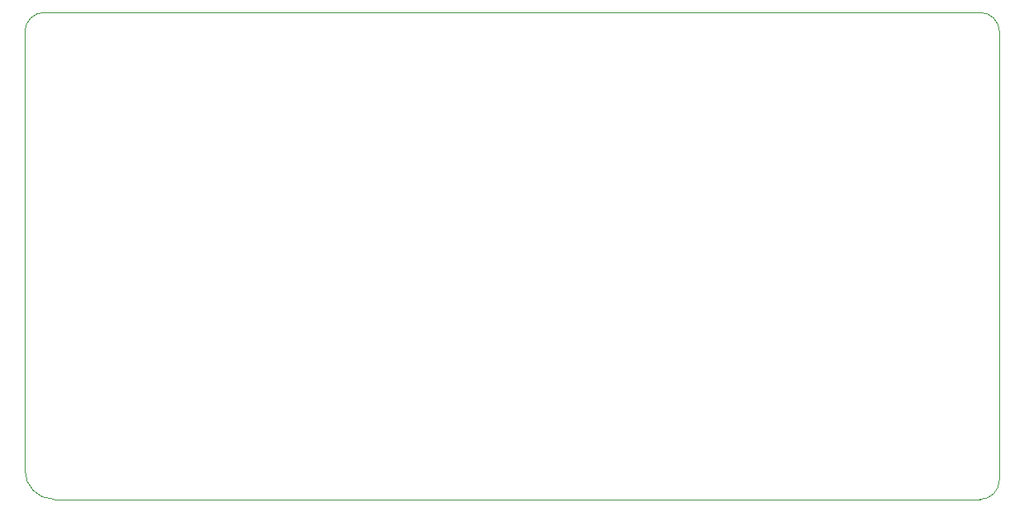
<source format=gm1>
G04 #@! TF.GenerationSoftware,KiCad,Pcbnew,(6.0.6)*
G04 #@! TF.CreationDate,2022-12-03T11:10:18+01:00*
G04 #@! TF.ProjectId,z50-7segment,7a35302d-3773-4656-976d-656e742e6b69,rev?*
G04 #@! TF.SameCoordinates,Original*
G04 #@! TF.FileFunction,Profile,NP*
%FSLAX46Y46*%
G04 Gerber Fmt 4.6, Leading zero omitted, Abs format (unit mm)*
G04 Created by KiCad (PCBNEW (6.0.6)) date 2022-12-03 11:10:18*
%MOMM*%
%LPD*%
G01*
G04 APERTURE LIST*
G04 #@! TA.AperFunction,Profile*
%ADD10C,0.100000*%
G04 #@! TD*
G04 APERTURE END LIST*
D10*
X100000000Y-117000000D02*
G75*
G03*
X103000000Y-120000000I3000000J0D01*
G01*
X100000000Y-72000000D02*
X100000000Y-117000000D01*
X198000000Y-70000000D02*
X102000000Y-70000000D01*
X102000000Y-70000000D02*
G75*
G03*
X100000000Y-72000000I0J-2000000D01*
G01*
X200000000Y-118000000D02*
X200000000Y-72000000D01*
X198000000Y-120000000D02*
G75*
G03*
X200000000Y-118000000I0J2000000D01*
G01*
X200000000Y-72000000D02*
G75*
G03*
X198000000Y-70000000I-2000000J0D01*
G01*
X103000000Y-120000000D02*
X198000000Y-120000000D01*
M02*

</source>
